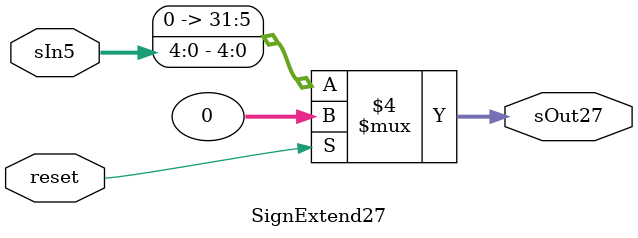
<source format=v>
module SignExtend27(sOut27, sIn5, reset);
    output [31:0] sOut27;
    input [4:0] sIn5;
    input reset;
    reg [31:0] sOut27;
    always @*
        begin
            if(reset == 1)
                sOut27 = 0;
            else
                 sOut27 = {{27{1'b0}},sIn5};
        end
endmodule

</source>
